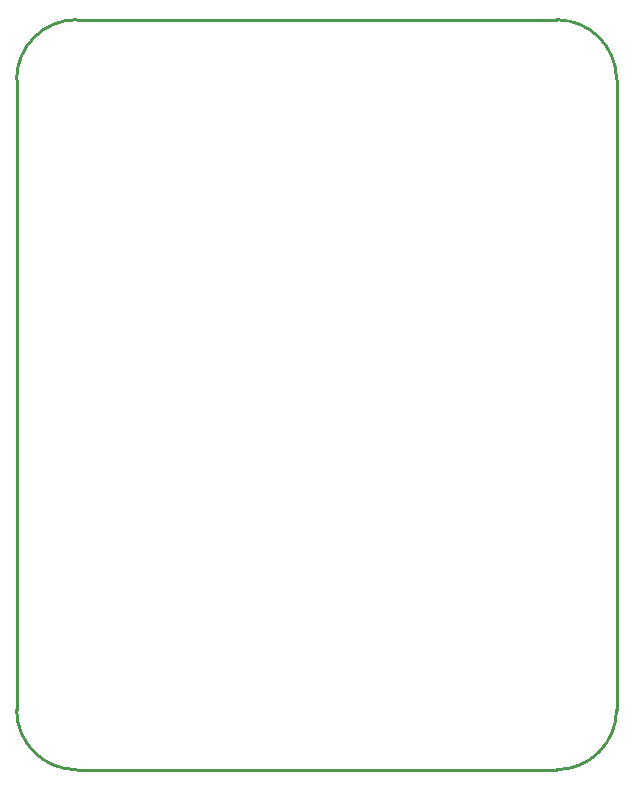
<source format=gm1>
%FSAX24Y24*%
%MOIN*%
G70*
G01*
G75*
G04 Layer_Color=16711935*
%ADD10R,0.0512X0.0591*%
%ADD11R,0.0866X0.0335*%
%ADD12O,0.0866X0.0236*%
%ADD13C,0.0100*%
%ADD14C,0.0150*%
%ADD15C,0.2500*%
%ADD16C,0.0787*%
%ADD17C,0.0650*%
%ADD18R,0.0650X0.0650*%
%ADD19C,0.0300*%
%ADD20R,0.0394X0.0433*%
%ADD21R,0.0433X0.0394*%
%ADD22C,0.0098*%
%ADD23C,0.0079*%
%ADD24C,0.0059*%
%ADD25R,0.0748X0.1614*%
%ADD26R,0.1600X0.4775*%
%ADD27R,0.0592X0.0671*%
%ADD28R,0.0946X0.0415*%
%ADD29O,0.0946X0.0316*%
%ADD30C,0.2580*%
%ADD31C,0.0867*%
%ADD32C,0.0730*%
%ADD33R,0.0730X0.0730*%
%ADD34C,0.0380*%
%ADD35R,0.0474X0.0513*%
%ADD36R,0.0513X0.0474*%
D13*
X010000Y012000D02*
G03*
X012000Y010000I002000J000000D01*
G01*
X028000Y010000D02*
G03*
X030000Y012000I000000J002000D01*
G01*
X030000Y033000D02*
G03*
X028000Y035000I-002000J000000D01*
G01*
X012000Y035000D02*
G03*
X010000Y033000I000000J-002000D01*
G01*
Y012000D02*
Y033000D01*
X012000Y035000D02*
X028000D01*
X030000Y012000D02*
Y033000D01*
X012000Y010000D02*
X028000D01*
M02*

</source>
